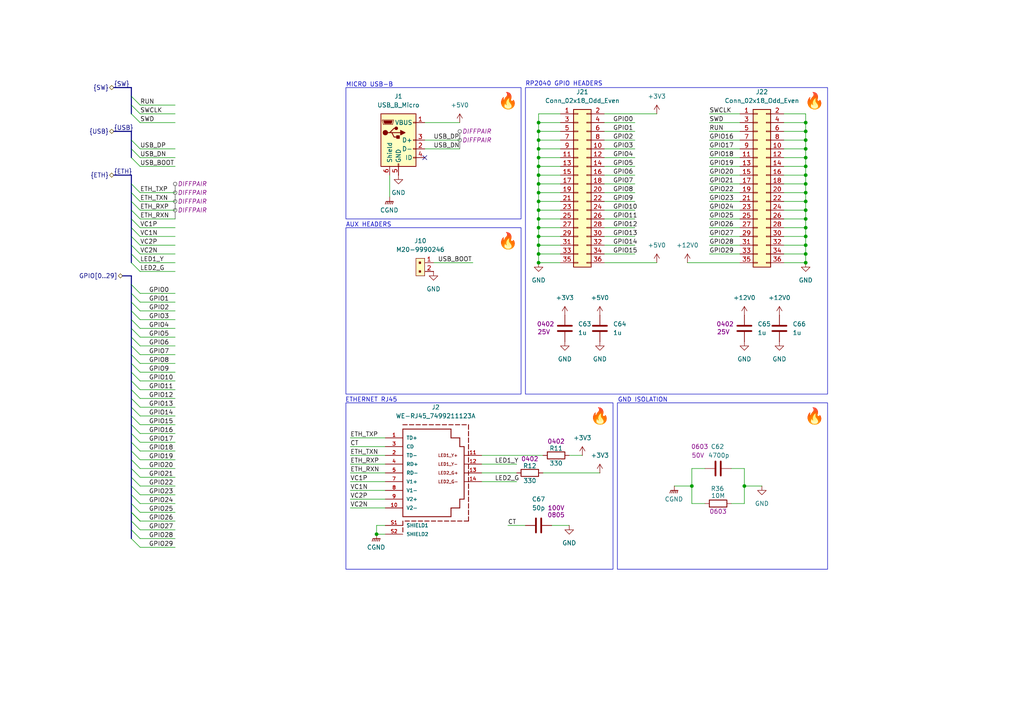
<source format=kicad_sch>
(kicad_sch (version 20231120) (generator "eeschema") (generator_version "8.0")
  (paper "A4")
  (lib_symbols
    (symbol "952-2262-nd:952-2262-ND" (pin_names (offset 1.016))
      (property "Reference" "U" (at -2.54 1.27 0))
      (property "Value" "952-2262-ND" (at 1.27 -3.81 0))
      (symbol "952-2262-ND_1_1"
        (rectangle (start -1.27 0) (end 3.81 -2.54) (fill (type background)))
        (rectangle (start -0.254 -1.143) (end 0.254 -1.651) (fill (type outline)))
        (rectangle (start 2.286 -1.143) (end 2.794 -1.651) (fill (type outline)))
        (pin passive line (at 0 2.54 270) (length 2.54) (name "~") (number "1"))
        (pin passive line (at 2.54 2.54 270) (length 2.54) (name "~") (number "2"))
      )
    )
    (symbol "Connector:USB_B_Micro" (pin_names (offset 1.016))
      (property "Reference" "J" (at -5.08 11.43 0))
      (property "Value" "USB_B_Micro" (at -5.08 8.89 0))
      (symbol "USB_B_Micro_0_1"
        (rectangle (start -5.08 -7.62) (end 5.08 7.62) (stroke (width 0.254)) (fill (type background)))
        (circle (center -3.81 2.159) (radius 0.635) (stroke (width 0.254)) (fill (type outline)))
        (circle (center -0.635 3.429) (radius 0.381) (stroke (width 0.254)) (fill (type outline)))
        (rectangle (start -0.127 -7.62) (end 0.127 -6.858))
        (polyline (pts (xy -1.905 2.159) (xy 0.635 2.159)) (stroke (width 0.254)))
        (polyline (pts (xy -3.175 2.159) (xy -2.54 2.159) (xy -1.27 3.429) (xy -0.635 3.429)) (stroke (width 0.254)))
        (polyline (pts (xy -2.54 2.159) (xy -1.905 2.159) (xy -1.27 0.889) (xy 0 0.889)) (stroke (width 0.254)))
        (polyline (pts (xy 0.635 2.794) (xy 0.635 1.524) (xy 1.905 2.159) (xy 0.635 2.794)) (stroke (width 0.254)) (fill (type outline)))
        (polyline (pts (xy -4.318 5.588) (xy -1.778 5.588) (xy -2.032 4.826) (xy -4.064 4.826) (xy -4.318 5.588)) (fill (type outline)))
        (polyline (pts (xy -4.699 5.842) (xy -4.699 5.588) (xy -4.445 4.826) (xy -4.445 4.572) (xy -1.651 4.572) (xy -1.651 4.826) (xy -1.397 5.588) (xy -1.397 5.842) (xy -4.699 5.842)))
        (rectangle (start 0.254 1.27) (end -0.508 0.508) (stroke (width 0.254)) (fill (type outline)))
        (rectangle (start 5.08 -5.207) (end 4.318 -4.953))
        (rectangle (start 5.08 -2.667) (end 4.318 -2.413))
        (rectangle (start 5.08 -0.127) (end 4.318 0.127))
        (rectangle (start 5.08 4.953) (end 4.318 5.207))
      )
      (symbol "USB_B_Micro_1_1"
        (pin power_out line (at 7.62 5.08 180) (length 2.54) (name "VBUS") (number "1"))
        (pin bidirectional line (at 7.62 -2.54 180) (length 2.54) (name "D-") (number "2"))
        (pin bidirectional line (at 7.62 0 180) (length 2.54) (name "D+") (number "3"))
        (pin passive line (at 7.62 -5.08 180) (length 2.54) (name "ID") (number "4"))
        (pin power_out line (at 0 -10.16 90) (length 2.54) (name "GND") (number "5"))
        (pin passive line (at -2.54 -10.16 90) (length 2.54) (name "Shield") (number "6"))
      )
    )
    (symbol "Connector_Generic:Conn_02x18_Odd_Even" (pin_names (offset 1.016) hide)
      (property "Reference" "J" (at 1.27 22.86 0))
      (property "Value" "Conn_02x18_Odd_Even" (at 1.27 -25.4 0))
      (symbol "Conn_02x18_Odd_Even_1_1"
        (rectangle (start -1.27 -22.733) (end 0 -22.987) (stroke (width 0.1524)))
        (rectangle (start -1.27 -20.193) (end 0 -20.447) (stroke (width 0.1524)))
        (rectangle (start -1.27 -17.653) (end 0 -17.907) (stroke (width 0.1524)))
        (rectangle (start -1.27 -15.113) (end 0 -15.367) (stroke (width 0.1524)))
        (rectangle (start -1.27 -12.573) (end 0 -12.827) (stroke (width 0.1524)))
        (rectangle (start -1.27 -10.033) (end 0 -10.287) (stroke (width 0.1524)))
        (rectangle (start -1.27 -7.493) (end 0 -7.747) (stroke (width 0.1524)))
        (rectangle (start -1.27 -4.953) (end 0 -5.207) (stroke (width 0.1524)))
        (rectangle (start -1.27 -2.413) (end 0 -2.667) (stroke (width 0.1524)))
        (rectangle (start -1.27 0.127) (end 0 -0.127) (stroke (width 0.1524)))
        (rectangle (start -1.27 2.667) (end 0 2.413) (stroke (width 0.1524)))
        (rectangle (start -1.27 5.207) (end 0 4.953) (stroke (width 0.1524)))
        (rectangle (start -1.27 7.747) (end 0 7.493) (stroke (width 0.1524)))
        (rectangle (start -1.27 10.287) (end 0 10.033) (stroke (width 0.1524)))
        (rectangle (start -1.27 12.827) (end 0 12.573) (stroke (width 0.1524)))
        (rectangle (start -1.27 15.367) (end 0 15.113) (stroke (width 0.1524)))
        (rectangle (start -1.27 17.907) (end 0 17.653) (stroke (width 0.1524)))
        (rectangle (start -1.27 20.447) (end 0 20.193) (stroke (width 0.1524)))
        (rectangle (start -1.27 21.59) (end 3.81 -24.13) (stroke (width 0.254)) (fill (type background)))
        (rectangle (start 3.81 -22.733) (end 2.54 -22.987) (stroke (width 0.1524)))
        (rectangle (start 3.81 -20.193) (end 2.54 -20.447) (stroke (width 0.1524)))
        (rectangle (start 3.81 -17.653) (end 2.54 -17.907) (stroke (width 0.1524)))
        (rectangle (start 3.81 -15.113) (end 2.54 -15.367) (stroke (width 0.1524)))
        (rectangle (start 3.81 -12.573) (end 2.54 -12.827) (stroke (width 0.1524)))
        (rectangle (start 3.81 -10.033) (end 2.54 -10.287) (stroke (width 0.1524)))
        (rectangle (start 3.81 -7.493) (end 2.54 -7.747) (stroke (width 0.1524)))
        (rectangle (start 3.81 -4.953) (end 2.54 -5.207) (stroke (width 0.1524)))
        (rectangle (start 3.81 -2.413) (end 2.54 -2.667) (stroke (width 0.1524)))
        (rectangle (start 3.81 0.127) (end 2.54 -0.127) (stroke (width 0.1524)))
        (rectangle (start 3.81 2.667) (end 2.54 2.413) (stroke (width 0.1524)))
        (rectangle (start 3.81 5.207) (end 2.54 4.953) (stroke (width 0.1524)))
        (rectangle (start 3.81 7.747) (end 2.54 7.493) (stroke (width 0.1524)))
        (rectangle (start 3.81 10.287) (end 2.54 10.033) (stroke (width 0.1524)))
        (rectangle (start 3.81 12.827) (end 2.54 12.573) (stroke (width 0.1524)))
        (rectangle (start 3.81 15.367) (end 2.54 15.113) (stroke (width 0.1524)))
        (rectangle (start 3.81 17.907) (end 2.54 17.653) (stroke (width 0.1524)))
        (rectangle (start 3.81 20.447) (end 2.54 20.193) (stroke (width 0.1524)))
        (pin passive line (at -5.08 20.32 0) (length 3.81) (name "Pin_1") (number "1"))
        (pin passive line (at 7.62 10.16 180) (length 3.81) (name "Pin_10") (number "10"))
        (pin passive line (at -5.08 7.62 0) (length 3.81) (name "Pin_11") (number "11"))
        (pin passive line (at 7.62 7.62 180) (length 3.81) (name "Pin_12") (number "12"))
        (pin passive line (at -5.08 5.08 0) (length 3.81) (name "Pin_13") (number "13"))
        (pin passive line (at 7.62 5.08 180) (length 3.81) (name "Pin_14") (number "14"))
        (pin passive line (at -5.08 2.54 0) (length 3.81) (name "Pin_15") (number "15"))
        (pin passive line (at 7.62 2.54 180) (length 3.81) (name "Pin_16") (number "16"))
        (pin passive line (at -5.08 0 0) (length 3.81) (name "Pin_17") (number "17"))
        (pin passive line (at 7.62 0 180) (length 3.81) (name "Pin_18") (number "18"))
        (pin passive line (at -5.08 -2.54 0) (length 3.81) (name "Pin_19") (number "19"))
        (pin passive line (at 7.62 20.32 180) (length 3.81) (name "Pin_2") (number "2"))
        (pin passive line (at 7.62 -2.54 180) (length 3.81) (name "Pin_20") (number "20"))
        (pin passive line (at -5.08 -5.08 0) (length 3.81) (name "Pin_21") (number "21"))
        (pin passive line (at 7.62 -5.08 180) (length 3.81) (name "Pin_22") (number "22"))
        (pin passive line (at -5.08 -7.62 0) (length 3.81) (name "Pin_23") (number "23"))
        (pin passive line (at 7.62 -7.62 180) (length 3.81) (name "Pin_24") (number "24"))
        (pin passive line (at -5.08 -10.16 0) (length 3.81) (name "Pin_25") (number "25"))
        (pin passive line (at 7.62 -10.16 180) (length 3.81) (name "Pin_26") (number "26"))
        (pin passive line (at -5.08 -12.7 0) (length 3.81) (name "Pin_27") (number "27"))
        (pin passive line (at 7.62 -12.7 180) (length 3.81) (name "Pin_28") (number "28"))
        (pin passive line (at -5.08 -15.24 0) (length 3.81) (name "Pin_29") (number "29"))
        (pin passive line (at -5.08 17.78 0) (length 3.81) (name "Pin_3") (number "3"))
        (pin passive line (at 7.62 -15.24 180) (length 3.81) (name "Pin_30") (number "30"))
        (pin passive line (at -5.08 -17.78 0) (length 3.81) (name "Pin_31") (number "31"))
        (pin passive line (at 7.62 -17.78 180) (length 3.81) (name "Pin_32") (number "32"))
        (pin passive line (at -5.08 -20.32 0) (length 3.81) (name "Pin_33") (number "33"))
        (pin passive line (at 7.62 -20.32 180) (length 3.81) (name "Pin_34") (number "34"))
        (pin passive line (at -5.08 -22.86 0) (length 3.81) (name "Pin_35") (number "35"))
        (pin passive line (at 7.62 -22.86 180) (length 3.81) (name "Pin_36") (number "36"))
        (pin passive line (at 7.62 17.78 180) (length 3.81) (name "Pin_4") (number "4"))
        (pin passive line (at -5.08 15.24 0) (length 3.81) (name "Pin_5") (number "5"))
        (pin passive line (at 7.62 15.24 180) (length 3.81) (name "Pin_6") (number "6"))
        (pin passive line (at -5.08 12.7 0) (length 3.81) (name "Pin_7") (number "7"))
        (pin passive line (at 7.62 12.7 180) (length 3.81) (name "Pin_8") (number "8"))
        (pin passive line (at -5.08 10.16 0) (length 3.81) (name "Pin_9") (number "9"))
      )
    )
    (symbol "Device:C" (pin_numbers hide) (pin_names (offset 0.254))
      (property "Reference" "C" (at 0.635 2.54 0))
      (property "Value" "C" (at 0.635 -2.54 0))
      (symbol "C_0_1"
        (polyline (pts (xy -2.032 -0.762) (xy 2.032 -0.762)) (stroke (width 0.508)))
        (polyline (pts (xy -2.032 0.762) (xy 2.032 0.762)) (stroke (width 0.508)))
      )
      (symbol "C_1_1"
        (pin passive line (at 0 3.81 270) (length 2.794) (name "~") (number "1"))
        (pin passive line (at 0 -3.81 90) (length 2.794) (name "~") (number "2"))
      )
    )
    (symbol "Device:R" (pin_numbers hide) (pin_names (offset 0))
      (property "Reference" "R" (at 2.032 0 90))
      (property "Value" "R" (at 0 0 90))
      (symbol "R_0_1"
        (rectangle (start -1.016 -2.54) (end 1.016 2.54) (stroke (width 0.254)))
      )
      (symbol "R_1_1"
        (pin passive line (at 0 3.81 270) (length 1.27) (name "~") (number "1"))
        (pin passive line (at 0 -3.81 90) (length 1.27) (name "~") (number "2"))
      )
    )
    (symbol "WE-RJ45_7499211123A:WE-RJ45_7499211123A" (pin_names (offset 1.016))
      (property "Reference" "T" (at 0 15.24 0))
      (symbol "WE-RJ45_7499211123A_0_0"
        (polyline (pts (xy -7.62 -17.78) (xy -7.62 -17.78)) (stroke (width 0.254)))
        (polyline (pts (xy -7.62 -15.875) (xy -7.62 -17.145)) (stroke (width 0.254)))
        (polyline (pts (xy -7.62 -13.97) (xy -7.62 -15.24)) (stroke (width 0.254)))
        (polyline (pts (xy -7.62 -13.97) (xy -7.62 -13.97)) (stroke (width 0.254)))
        (polyline (pts (xy -7.62 -12.7) (xy -7.62 12.7)) (stroke (width 0.254)))
        (polyline (pts (xy -7.62 12.7) (xy 6.35 12.7)) (stroke (width 0.254)))
        (polyline (pts (xy -7.62 13.97) (xy -6.35 13.97)) (stroke (width 0.254)))
        (polyline (pts (xy -5.715 -13.97) (xy -6.985 -13.97)) (stroke (width 0.254)))
        (polyline (pts (xy -5.715 13.97) (xy -4.445 13.97)) (stroke (width 0.254)))
        (polyline (pts (xy -3.81 -13.97) (xy -5.08 -13.97)) (stroke (width 0.254)))
        (polyline (pts (xy -3.81 13.97) (xy -2.54 13.97)) (stroke (width 0.254)))
        (polyline (pts (xy -1.905 -13.97) (xy -3.175 -13.97)) (stroke (width 0.254)))
        (polyline (pts (xy -1.905 13.97) (xy -0.635 13.97)) (stroke (width 0.254)))
        (polyline (pts (xy 0 -13.97) (xy -1.27 -13.97)) (stroke (width 0.254)))
        (polyline (pts (xy 0 13.97) (xy 1.27 13.97)) (stroke (width 0.254)))
        (polyline (pts (xy 1.905 -13.97) (xy 0.635 -13.97)) (stroke (width 0.254)))
        (polyline (pts (xy 1.905 13.97) (xy 3.175 13.97)) (stroke (width 0.254)))
        (polyline (pts (xy 3.81 -13.97) (xy 2.54 -13.97)) (stroke (width 0.254)))
        (polyline (pts (xy 3.81 13.97) (xy 5.08 13.97)) (stroke (width 0.254)))
        (polyline (pts (xy 5.715 -13.97) (xy 4.445 -13.97)) (stroke (width 0.254)))
        (polyline (pts (xy 5.715 13.97) (xy 6.985 13.97)) (stroke (width 0.254)))
        (polyline (pts (xy 6.35 -12.7) (xy -7.62 -12.7)) (stroke (width 0.254)))
        (polyline (pts (xy 6.35 -12.7) (xy 6.35 -10.16)) (stroke (width 0.254)))
        (polyline (pts (xy 6.35 -10.16) (xy 8.89 -10.16)) (stroke (width 0.254)))
        (polyline (pts (xy 6.35 10.16) (xy 8.89 10.16)) (stroke (width 0.254)))
        (polyline (pts (xy 6.35 12.7) (xy 6.35 10.16)) (stroke (width 0.254)))
        (polyline (pts (xy 7.62 -13.97) (xy 6.35 -13.97)) (stroke (width 0.254)))
        (polyline (pts (xy 7.62 13.97) (xy 8.89 13.97)) (stroke (width 0.254)))
        (polyline (pts (xy 8.89 -10.16) (xy 8.89 -7.62)) (stroke (width 0.254)))
        (polyline (pts (xy 8.89 -7.62) (xy 10.16 -7.62)) (stroke (width 0.254)))
        (polyline (pts (xy 8.89 7.62) (xy 10.16 7.62)) (stroke (width 0.254)))
        (polyline (pts (xy 8.89 10.16) (xy 8.89 7.62)) (stroke (width 0.254)))
        (polyline (pts (xy 9.525 -13.97) (xy 8.255 -13.97)) (stroke (width 0.254)))
        (polyline (pts (xy 9.525 13.97) (xy 10.795 13.97)) (stroke (width 0.254)))
        (polyline (pts (xy 10.16 7.62) (xy 10.16 -7.62)) (stroke (width 0.254)))
        (polyline (pts (xy 11.43 -13.97) (xy 10.16 -13.97)) (stroke (width 0.254)))
        (polyline (pts (xy 11.43 -12.7) (xy 11.43 -13.97)) (stroke (width 0.254)))
        (polyline (pts (xy 11.43 -10.795) (xy 11.43 -12.1557)) (stroke (width 0.254)))
        (polyline (pts (xy 11.43 -8.89) (xy 11.43 -10.2507)) (stroke (width 0.254)))
        (polyline (pts (xy 11.43 -6.985) (xy 11.43 -8.3457)) (stroke (width 0.254)))
        (polyline (pts (xy 11.43 -5.08) (xy 11.43 -6.4407)) (stroke (width 0.254)))
        (polyline (pts (xy 11.43 -3.175) (xy 11.43 -4.5357)) (stroke (width 0.254)))
        (polyline (pts (xy 11.43 -1.27) (xy 11.43 -2.6307)) (stroke (width 0.254)))
        (polyline (pts (xy 11.43 0.635) (xy 11.43 -0.7257)) (stroke (width 0.254)))
        (polyline (pts (xy 11.43 2.54) (xy 11.43 1.1793)) (stroke (width 0.254)))
        (polyline (pts (xy 11.43 4.445) (xy 11.43 3.0843)) (stroke (width 0.254)))
        (polyline (pts (xy 11.43 6.35) (xy 11.43 4.9893)) (stroke (width 0.254)))
        (polyline (pts (xy 11.43 8.255) (xy 11.43 6.8943)) (stroke (width 0.254)))
        (polyline (pts (xy 11.43 10.16) (xy 11.43 8.7993)) (stroke (width 0.254)))
        (polyline (pts (xy 11.43 12.065) (xy 11.43 10.7043)) (stroke (width 0.254)))
        (polyline (pts (xy 11.43 13.97) (xy 11.43 12.6093)) (stroke (width 0.254)))
        (polyline (pts (xy 11.43 13.97) (xy 11.43 13.97)) (stroke (width 0.254)))
        (text "LED1_Y+" (at 2.54 5.08 0) (effects (font (size 0.8636 0.8636)) (justify left)))
        (text "LED1_Y-" (at 2.54 2.54 0) (effects (font (size 0.8636 0.8636)) (justify left)))
        (text "LED2_G+" (at 2.54 0 0) (effects (font (size 0.8636 0.8636)) (justify left)))
        (text "LED2_G-" (at 2.54 -2.54 0) (effects (font (size 0.8636 0.8636)) (justify left)))
        (pin passive line (at -12.7 10.16 0) (length 5.08) (name "TD+") (number "1"))
        (pin passive line (at -12.7 -10.16 0) (length 5.08) (name "V2-") (number "10"))
        (pin passive line (at 15.24 5.08 180) (length 5.08) (name "~") (number "11"))
        (pin passive line (at 15.24 2.54 180) (length 5.08) (name "~") (number "12"))
        (pin passive line (at 15.24 0 180) (length 5.08) (name "~") (number "13"))
        (pin passive line (at 15.24 -2.54 180) (length 5.08) (name "~") (number "14"))
        (pin passive line (at -12.7 5.08 0) (length 5.08) (name "TD-") (number "2"))
        (pin passive line (at -12.7 7.62 0) (length 5.08) (name "CD") (number "3"))
        (pin passive line (at -12.7 2.54 0) (length 5.08) (name "RD+") (number "4"))
        (pin passive line (at -12.7 0 0) (length 5.08) (name "RD-") (number "5"))
        (pin passive line (at -12.7 -2.54 0) (length 5.08) (name "V1+") (number "7"))
        (pin passive line (at -12.7 -5.08 0) (length 5.08) (name "V1-") (number "8"))
        (pin passive line (at -12.7 -7.62 0) (length 5.08) (name "V2+") (number "9"))
        (pin passive line (at -12.7 -15.24 0) (length 5.08) (name "SHIELD1") (number "S1"))
        (pin passive line (at -12.7 -17.78 0) (length 5.08) (name "SHIELD2") (number "S2"))
      )
    )
    (symbol "power:+12V" (power) (pin_numbers hide) (pin_names (offset 0) hide)
      (property "Value" "+12V" (at 0 3.556 0))
      (symbol "+12V_0_1"
        (polyline (pts (xy -0.762 1.27) (xy 0 2.54)))
        (polyline (pts (xy 0 0) (xy 0 2.54)))
        (polyline (pts (xy 0 2.54) (xy 0.762 1.27)))
      )
      (symbol "+12V_1_1"
        (pin power_in line (at 0 0 90) (length 0) (name "~") (number "1"))
      )
    )
    (symbol "power:+3.3V" (power) (pin_numbers hide) (pin_names (offset 0) hide)
      (property "Value" "+3.3V" (at 0 3.556 0))
      (symbol "+3.3V_0_1"
        (polyline (pts (xy -0.762 1.27) (xy 0 2.54)))
        (polyline (pts (xy 0 0) (xy 0 2.54)))
        (polyline (pts (xy 0 2.54) (xy 0.762 1.27)))
      )
      (symbol "+3.3V_1_1"
        (pin power_in line (at 0 0 90) (length 0) (name "~") (number "1"))
      )
    )
    (symbol "power:+5V" (power) (pin_numbers hide) (pin_names (offset 0) hide)
      (property "Value" "+5V" (at 0 3.556 0))
      (symbol "+5V_0_1"
        (polyline (pts (xy -0.762 1.27) (xy 0 2.54)))
        (polyline (pts (xy 0 0) (xy 0 2.54)))
        (polyline (pts (xy 0 2.54) (xy 0.762 1.27)))
      )
      (symbol "+5V_1_1"
        (pin power_in line (at 0 0 90) (length 0) (name "~") (number "1"))
      )
    )
    (symbol "power:GND" (power) (pin_numbers hide) (pin_names (offset 0) hide)
      (property "Value" "GND" (at 0 -3.81 0))
      (symbol "GND_0_1"
        (polyline (pts (xy 0 0) (xy 0 -1.27) (xy 1.27 -1.27) (xy 0 -2.54) (xy -1.27 -1.27) (xy 0 -1.27)))
      )
      (symbol "GND_1_1"
        (pin power_in line (at 0 0 270) (length 0) (name "~") (number "1"))
      )
    )
    (symbol "power:GNDPWR" (power) (pin_numbers hide) (pin_names (offset 0) hide)
      (property "Value" "GNDPWR" (at 0 -3.302 0))
      (symbol "GNDPWR_0_1"
        (polyline (pts (xy 0 -1.27) (xy 0 0)))
        (polyline (pts (xy -1.016 -1.27) (xy -1.27 -2.032) (xy -1.27 -2.032)) (stroke (width 0.2032)))
        (polyline (pts (xy -0.508 -1.27) (xy -0.762 -2.032) (xy -0.762 -2.032)) (stroke (width 0.2032)))
        (polyline (pts (xy 0 -1.27) (xy -0.254 -2.032) (xy -0.254 -2.032)) (stroke (width 0.2032)))
        (polyline (pts (xy 0.508 -1.27) (xy 0.254 -2.032) (xy 0.254 -2.032)) (stroke (width 0.2032)))
        (polyline (pts (xy 1.016 -1.27) (xy -1.016 -1.27) (xy -1.016 -1.27)) (stroke (width 0.2032)))
        (polyline (pts (xy 1.016 -1.27) (xy 0.762 -2.032) (xy 0.762 -2.032) (xy 0.762 -2.032)) (stroke (width 0.2032)))
      )
      (symbol "GNDPWR_1_1"
        (pin power_in line (at 0 0 270) (length 0) (name "~") (number "1"))
      )
    )
  )
  (junction (at 215.9 140.97))
  (junction (at 233.68 58.42))
  (junction (at 156.21 48.26))
  (junction (at 200.66 140.97))
  (junction (at 109.22 154.94))
  (junction (at 233.68 38.1))
  (junction (at 233.68 53.34))
  (junction (at 233.68 73.66))
  (junction (at 156.21 68.58))
  (junction (at 156.21 58.42))
  (junction (at 233.68 60.96))
  (junction (at 156.21 35.56))
  (junction (at 156.21 40.64))
  (junction (at 233.68 43.18))
  (junction (at 156.21 73.66))
  (junction (at 233.68 76.2))
  (junction (at 156.21 45.72))
  (junction (at 233.68 66.04))
  (junction (at 233.68 63.5))
  (junction (at 156.21 63.5))
  (junction (at 233.68 45.72))
  (junction (at 156.21 71.12))
  (junction (at 156.21 43.18))
  (junction (at 233.68 68.58))
  (junction (at 156.21 50.8))
  (junction (at 233.68 55.88))
  (junction (at 233.68 35.56))
  (junction (at 156.21 55.88))
  (junction (at 233.68 40.64))
  (junction (at 156.21 60.96))
  (junction (at 233.68 50.8))
  (junction (at 156.21 38.1))
  (junction (at 233.68 48.26))
  (junction (at 156.21 76.2))
  (junction (at 156.21 53.34))
  (junction (at 156.21 66.04))
  (junction (at 233.68 71.12))
  (no_connect (at 123.19 45.72))
  (bus_entry (at 38.1 113.03) (size 2.54 2.54))
  (bus_entry (at 38.1 110.49) (size 2.54 2.54))
  (bus_entry (at 38.1 100.33) (size 2.54 2.54))
  (bus_entry (at 38.1 73.66) (size 2.54 2.54))
  (bus_entry (at 38.1 90.17) (size 2.54 2.54))
  (bus_entry (at 38.1 148.59) (size 2.54 2.54))
  (bus_entry (at 38.1 76.2) (size 2.54 2.54))
  (bus_entry (at 38.1 151.13) (size 2.54 2.54))
  (bus_entry (at 38.1 146.05) (size 2.54 2.54))
  (bus_entry (at 38.1 148.59) (size 2.54 2.54))
  (bus_entry (at 38.1 107.95) (size 2.54 2.54))
  (bus_entry (at 38.1 92.71) (size 2.54 2.54))
  (bus_entry (at 38.1 27.94) (size 2.54 2.54))
  (bus_entry (at 38.1 58.42) (size 2.54 2.54))
  (bus_entry (at 38.1 115.57) (size 2.54 2.54))
  (bus_entry (at 38.1 97.79) (size 2.54 2.54))
  (bus_entry (at 38.1 68.58) (size 2.54 2.54))
  (bus_entry (at 38.1 53.34) (size 2.54 2.54))
  (bus_entry (at 38.1 40.64) (size 2.54 2.54))
  (bus_entry (at 38.1 130.81) (size 2.54 2.54))
  (bus_entry (at 38.1 102.87) (size 2.54 2.54))
  (bus_entry (at 38.1 71.12) (size 2.54 2.54))
  (bus_entry (at 38.1 55.88) (size 2.54 2.54))
  (bus_entry (at 38.1 123.19) (size 2.54 2.54))
  (bus_entry (at 38.1 128.27) (size 2.54 2.54))
  (bus_entry (at 38.1 120.65) (size 2.54 2.54))
  (bus_entry (at 38.1 138.43) (size 2.54 2.54))
  (bus_entry (at 38.1 133.35) (size 2.54 2.54))
  (bus_entry (at 38.1 95.25) (size 2.54 2.54))
  (bus_entry (at 38.1 45.72) (size 2.54 2.54))
  (bus_entry (at 38.1 60.96) (size 2.54 2.54))
  (bus_entry (at 38.1 66.04) (size 2.54 2.54))
  (bus_entry (at 38.1 140.97) (size 2.54 2.54))
  (bus_entry (at 38.1 118.11) (size 2.54 2.54))
  (bus_entry (at 38.1 33.02) (size 2.54 2.54))
  (bus_entry (at 38.1 125.73) (size 2.54 2.54))
  (bus_entry (at 38.1 30.48) (size 2.54 2.54))
  (bus_entry (at 38.1 156.21) (size 2.54 2.54))
  (bus_entry (at 38.1 87.63) (size 2.54 2.54))
  (bus_entry (at 38.1 143.51) (size 2.54 2.54))
  (bus_entry (at 38.1 63.5) (size 2.54 2.54))
  (bus_entry (at 38.1 135.89) (size 2.54 2.54))
  (bus_entry (at 38.1 153.67) (size 2.54 2.54))
  (bus_entry (at 38.1 43.18) (size 2.54 2.54))
  (bus_entry (at 38.1 85.09) (size 2.54 2.54))
  (bus_entry (at 38.1 82.55) (size 2.54 2.54))
  (bus_entry (at 38.1 105.41) (size 2.54 2.54))
  (wire (pts (xy 101.6 137.16) (xy 111.76 137.16)))
  (wire (pts (xy 101.6 132.08) (xy 111.76 132.08)))
  (wire (pts (xy 233.68 58.42) (xy 233.68 55.88)))
  (wire (pts (xy 40.64 95.25) (xy 50.8 95.25)))
  (bus (pts (xy 38.1 146.05) (xy 38.1 148.59)))
  (wire (pts (xy 40.64 100.33) (xy 50.8 100.33)))
  (wire (pts (xy 123.19 43.18) (xy 133.35 43.18)))
  (wire (pts (xy 162.56 43.18) (xy 156.21 43.18)))
  (wire (pts (xy 175.26 55.88) (xy 184.15 55.88)))
  (wire (pts (xy 156.21 33.02) (xy 162.56 33.02)))
  (wire (pts (xy 200.66 135.89) (xy 200.66 140.97)))
  (wire (pts (xy 233.68 71.12) (xy 233.68 68.58)))
  (wire (pts (xy 40.64 135.89) (xy 50.8 135.89)))
  (wire (pts (xy 214.63 45.72) (xy 205.74 45.72)))
  (wire (pts (xy 40.64 73.66) (xy 50.8 73.66)))
  (wire (pts (xy 200.66 140.97) (xy 200.66 146.05)))
  (wire (pts (xy 175.26 50.8) (xy 184.15 50.8)))
  (wire (pts (xy 162.56 76.2) (xy 156.21 76.2)))
  (bus (pts (xy 38.1 95.25) (xy 38.1 97.79)))
  (bus (pts (xy 38.1 130.81) (xy 38.1 133.35)))
  (wire (pts (xy 175.26 38.1) (xy 184.15 38.1)))
  (wire (pts (xy 233.68 43.18) (xy 233.68 40.64)))
  (wire (pts (xy 204.47 135.89) (xy 200.66 135.89)))
  (wire (pts (xy 139.7 134.62) (xy 149.86 134.62)))
  (wire (pts (xy 40.64 140.97) (xy 50.8 140.97)))
  (wire (pts (xy 156.21 45.72) (xy 156.21 43.18)))
  (bus (pts (xy 38.1 92.71) (xy 38.1 95.25)))
  (wire (pts (xy 40.64 35.56) (xy 50.8 35.56)))
  (bus (pts (xy 38.1 110.49) (xy 38.1 113.03)))
  (wire (pts (xy 111.76 152.4) (xy 109.22 152.4)))
  (wire (pts (xy 233.68 73.66) (xy 233.68 71.12)))
  (wire (pts (xy 40.64 58.42) (xy 50.8 58.42)))
  (wire (pts (xy 215.9 135.89) (xy 212.09 135.89)))
  (bus (pts (xy 38.1 66.04) (xy 38.1 68.58)))
  (bus (pts (xy 38.1 148.59) (xy 38.1 151.13)))
  (wire (pts (xy 233.68 48.26) (xy 227.33 48.26)))
  (wire (pts (xy 233.68 55.88) (xy 233.68 53.34)))
  (wire (pts (xy 205.74 73.66) (xy 214.63 73.66)))
  (wire (pts (xy 214.63 48.26) (xy 205.74 48.26)))
  (wire (pts (xy 152.4 152.4) (xy 147.32 152.4)))
  (wire (pts (xy 162.56 73.66) (xy 156.21 73.66)))
  (wire (pts (xy 40.64 45.72) (xy 50.8 45.72)))
  (wire (pts (xy 40.64 76.2) (xy 50.8 76.2)))
  (wire (pts (xy 214.63 66.04) (xy 205.74 66.04)))
  (bus (pts (xy 38.1 153.67) (xy 38.1 156.21)))
  (wire (pts (xy 227.33 58.42) (xy 233.68 58.42)))
  (bus (pts (xy 38.1 25.4) (xy 38.1 27.94)))
  (wire (pts (xy 227.33 73.66) (xy 233.68 73.66)))
  (wire (pts (xy 214.63 63.5) (xy 205.74 63.5)))
  (wire (pts (xy 109.22 154.94) (xy 111.76 154.94)))
  (wire (pts (xy 214.63 40.64) (xy 205.74 40.64)))
  (bus (pts (xy 38.1 105.41) (xy 38.1 107.95)))
  (wire (pts (xy 40.64 55.88) (xy 50.8 55.88)))
  (bus (pts (xy 38.1 151.13) (xy 38.1 153.67)))
  (wire (pts (xy 227.33 43.18) (xy 233.68 43.18)))
  (wire (pts (xy 40.64 158.75) (xy 50.8 158.75)))
  (bus (pts (xy 38.1 128.27) (xy 38.1 130.81)))
  (wire (pts (xy 156.21 48.26) (xy 156.21 45.72)))
  (wire (pts (xy 101.6 129.54) (xy 111.76 129.54)))
  (wire (pts (xy 156.21 58.42) (xy 156.21 55.88)))
  (wire (pts (xy 156.21 63.5) (xy 156.21 60.96)))
  (wire (pts (xy 40.64 97.79) (xy 50.8 97.79)))
  (wire (pts (xy 233.68 35.56) (xy 233.68 33.02)))
  (wire (pts (xy 101.6 139.7) (xy 111.76 139.7)))
  (bus (pts (xy 33.02 50.8) (xy 38.1 50.8)))
  (wire (pts (xy 40.64 87.63) (xy 50.8 87.63)))
  (wire (pts (xy 233.68 40.64) (xy 233.68 38.1)))
  (wire (pts (xy 156.21 48.26) (xy 162.56 48.26)))
  (wire (pts (xy 40.64 125.73) (xy 50.8 125.73)))
  (wire (pts (xy 40.64 148.59) (xy 50.8 148.59)))
  (wire (pts (xy 40.64 105.41) (xy 50.8 105.41)))
  (bus (pts (xy 38.1 73.66) (xy 38.1 76.2)))
  (wire (pts (xy 139.7 132.08) (xy 157.48 132.08)))
  (bus (pts (xy 38.1 87.63) (xy 38.1 90.17)))
  (wire (pts (xy 40.64 85.09) (xy 50.8 85.09)))
  (wire (pts (xy 162.56 71.12) (xy 156.21 71.12)))
  (bus (pts (xy 38.1 82.55) (xy 38.1 85.09)))
  (bus (pts (xy 33.02 25.4) (xy 38.1 25.4)))
  (wire (pts (xy 233.68 38.1) (xy 233.68 35.56)))
  (wire (pts (xy 175.26 60.96) (xy 184.15 60.96)))
  (wire (pts (xy 160.02 152.4) (xy 165.1 152.4)))
  (wire (pts (xy 40.64 123.19) (xy 50.8 123.19)))
  (wire (pts (xy 162.56 58.42) (xy 156.21 58.42)))
  (bus (pts (xy 38.1 113.03) (xy 38.1 115.57)))
  (wire (pts (xy 40.64 151.13) (xy 50.8 151.13)))
  (bus (pts (xy 38.1 115.57) (xy 38.1 118.11)))
  (wire (pts (xy 227.33 40.64) (xy 233.68 40.64)))
  (bus (pts (xy 38.1 43.18) (xy 38.1 45.72)))
  (wire (pts (xy 214.63 60.96) (xy 205.74 60.96)))
  (wire (pts (xy 227.33 45.72) (xy 233.68 45.72)))
  (wire (pts (xy 162.56 40.64) (xy 156.21 40.64)))
  (wire (pts (xy 40.64 33.02) (xy 50.8 33.02)))
  (wire (pts (xy 156.21 60.96) (xy 156.21 58.42)))
  (wire (pts (xy 233.68 48.26) (xy 233.68 45.72)))
  (wire (pts (xy 233.68 33.02) (xy 227.33 33.02)))
  (wire (pts (xy 175.26 73.66) (xy 184.15 73.66)))
  (wire (pts (xy 40.64 118.11) (xy 50.8 118.11)))
  (wire (pts (xy 227.33 35.56) (xy 233.68 35.56)))
  (wire (pts (xy 214.63 33.02) (xy 205.74 33.02)))
  (wire (pts (xy 40.64 78.74) (xy 50.8 78.74)))
  (bus (pts (xy 38.1 143.51) (xy 38.1 146.05)))
  (wire (pts (xy 40.64 143.51) (xy 50.8 143.51)))
  (wire (pts (xy 199.39 76.2) (xy 214.63 76.2)))
  (wire (pts (xy 214.63 53.34) (xy 205.74 53.34)))
  (wire (pts (xy 156.21 63.5) (xy 162.56 63.5)))
  (wire (pts (xy 40.64 43.18) (xy 50.8 43.18)))
  (wire (pts (xy 214.63 38.1) (xy 205.74 38.1)))
  (wire (pts (xy 156.21 43.18) (xy 156.21 40.64)))
  (bus (pts (xy 38.1 27.94) (xy 38.1 30.48)))
  (wire (pts (xy 162.56 55.88) (xy 156.21 55.88)))
  (wire (pts (xy 109.22 152.4) (xy 109.22 154.94)))
  (bus (pts (xy 38.1 58.42) (xy 38.1 60.96)))
  (wire (pts (xy 175.26 58.42) (xy 184.15 58.42)))
  (wire (pts (xy 139.7 139.7) (xy 149.86 139.7)))
  (wire (pts (xy 101.6 127) (xy 111.76 127)))
  (wire (pts (xy 156.21 76.2) (xy 156.21 73.66)))
  (wire (pts (xy 212.09 146.05) (xy 215.9 146.05)))
  (wire (pts (xy 175.26 48.26) (xy 184.15 48.26)))
  (wire (pts (xy 214.63 58.42) (xy 205.74 58.42)))
  (bus (pts (xy 38.1 68.58) (xy 38.1 71.12)))
  (wire (pts (xy 101.6 134.62) (xy 111.76 134.62)))
  (wire (pts (xy 175.26 43.18) (xy 184.15 43.18)))
  (wire (pts (xy 175.26 35.56) (xy 184.15 35.56)))
  (wire (pts (xy 214.63 35.56) (xy 205.74 35.56)))
  (wire (pts (xy 205.74 68.58) (xy 214.63 68.58)))
  (wire (pts (xy 233.68 76.2) (xy 233.68 73.66)))
  (wire (pts (xy 156.21 40.64) (xy 156.21 38.1)))
  (wire (pts (xy 175.26 45.72) (xy 184.15 45.72)))
  (wire (pts (xy 233.68 45.72) (xy 233.68 43.18)))
  (wire (pts (xy 101.6 144.78) (xy 111.76 144.78)))
  (wire (pts (xy 214.63 43.18) (xy 205.74 43.18)))
  (wire (pts (xy 40.64 92.71) (xy 50.8 92.71)))
  (bus (pts (xy 38.1 53.34) (xy 38.1 55.88)))
  (wire (pts (xy 214.63 55.88) (xy 205.74 55.88)))
  (wire (pts (xy 156.21 73.66) (xy 156.21 71.12)))
  (wire (pts (xy 175.26 76.2) (xy 190.5 76.2)))
  (bus (pts (xy 38.1 120.65) (xy 38.1 123.19)))
  (wire (pts (xy 227.33 53.34) (xy 233.68 53.34)))
  (bus (pts (xy 38.1 71.12) (xy 38.1 73.66)))
  (wire (pts (xy 40.64 130.81) (xy 50.8 130.81)))
  (wire (pts (xy 40.64 30.48) (xy 50.8 30.48)))
  (wire (pts (xy 40.64 128.27) (xy 50.8 128.27)))
  (bus (pts (xy 38.1 118.11) (xy 38.1 120.65)))
  (wire (pts (xy 156.21 68.58) (xy 156.21 66.04)))
  (wire (pts (xy 157.48 137.16) (xy 173.99 137.16)))
  (bus (pts (xy 38.1 63.5) (xy 38.1 66.04)))
  (wire (pts (xy 215.9 146.05) (xy 215.9 140.97)))
  (wire (pts (xy 101.6 142.24) (xy 111.76 142.24)))
  (wire (pts (xy 101.6 147.32) (xy 111.76 147.32)))
  (wire (pts (xy 123.19 40.64) (xy 133.35 40.64)))
  (wire (pts (xy 162.56 38.1) (xy 156.21 38.1)))
  (wire (pts (xy 233.68 50.8) (xy 233.68 48.26)))
  (wire (pts (xy 227.33 71.12) (xy 233.68 71.12)))
  (wire (pts (xy 123.19 35.56) (xy 133.35 35.56)))
  (wire (pts (xy 40.64 63.5) (xy 50.8 63.5)))
  (wire (pts (xy 40.64 110.49) (xy 50.8 110.49)))
  (wire (pts (xy 165.1 132.08) (xy 168.91 132.08)))
  (wire (pts (xy 40.64 120.65) (xy 50.8 120.65)))
  (bus (pts (xy 38.1 140.97) (xy 38.1 143.51)))
  (wire (pts (xy 214.63 50.8) (xy 205.74 50.8)))
  (wire (pts (xy 175.26 71.12) (xy 184.15 71.12)))
  (wire (pts (xy 162.56 53.34) (xy 156.21 53.34)))
  (wire (pts (xy 227.33 55.88) (xy 233.68 55.88)))
  (wire (pts (xy 113.03 50.8) (xy 113.03 57.15)))
  (bus (pts (xy 38.1 38.1) (xy 38.1 40.64)))
  (wire (pts (xy 40.64 60.96) (xy 50.8 60.96)))
  (wire (pts (xy 156.21 53.34) (xy 156.21 50.8)))
  (wire (pts (xy 175.26 33.02) (xy 190.5 33.02)))
  (wire (pts (xy 162.56 66.04) (xy 156.21 66.04)))
  (bus (pts (xy 38.1 125.73) (xy 38.1 128.27)))
  (wire (pts (xy 40.64 153.67) (xy 50.8 153.67)))
  (wire (pts (xy 233.68 63.5) (xy 227.33 63.5)))
  (wire (pts (xy 162.56 35.56) (xy 156.21 35.56)))
  (wire (pts (xy 40.64 107.95) (xy 50.8 107.95)))
  (wire (pts (xy 233.68 53.34) (xy 233.68 50.8)))
  (bus (pts (xy 38.1 107.95) (xy 38.1 110.49)))
  (bus (pts (xy 38.1 123.19) (xy 38.1 125.73)))
  (wire (pts (xy 156.21 66.04) (xy 156.21 63.5)))
  (wire (pts (xy 162.56 68.58) (xy 156.21 68.58)))
  (wire (pts (xy 40.64 113.03) (xy 50.8 113.03)))
  (wire (pts (xy 175.26 66.04) (xy 184.15 66.04)))
  (bus (pts (xy 38.1 138.43) (xy 38.1 140.97)))
  (bus (pts (xy 38.1 50.8) (xy 38.1 53.34)))
  (bus (pts (xy 38.1 40.64) (xy 38.1 43.18)))
  (wire (pts (xy 233.68 68.58) (xy 233.68 66.04)))
  (bus (pts (xy 38.1 85.09) (xy 38.1 87.63)))
  (wire (pts (xy 200.66 146.05) (xy 204.47 146.05)))
  (wire (pts (xy 195.58 140.97) (xy 200.66 140.97)))
  (wire (pts (xy 40.64 138.43) (xy 50.8 138.43)))
  (wire (pts (xy 156.21 35.56) (xy 156.21 33.02)))
  (wire (pts (xy 162.56 45.72) (xy 156.21 45.72)))
  (bus (pts (xy 38.1 60.96) (xy 38.1 63.5)))
  (wire (pts (xy 40.64 90.17) (xy 50.8 90.17)))
  (wire (pts (xy 156.21 71.12) (xy 156.21 68.58)))
  (wire (pts (xy 227.33 38.1) (xy 233.68 38.1)))
  (bus (pts (xy 33.02 38.1) (xy 38.1 38.1)))
  (wire (pts (xy 175.26 40.64) (xy 184.15 40.64)))
  (bus (pts (xy 38.1 55.88) (xy 38.1 58.42)))
  (bus (pts (xy 38.1 133.35) (xy 38.1 135.89)))
  (wire (pts (xy 156.21 55.88) (xy 156.21 53.34)))
  (wire (pts (xy 40.64 133.35) (xy 50.8 133.35)))
  (wire (pts (xy 227.33 66.04) (xy 233.68 66.04)))
  (wire (pts (xy 227.33 50.8) (xy 233.68 50.8)))
  (wire (pts (xy 40.64 48.26) (xy 50.8 48.26)))
  (bus (pts (xy 38.1 30.48) (xy 38.1 33.02)))
  (bus (pts (xy 38.1 135.89) (xy 38.1 138.43)))
  (wire (pts (xy 205.74 71.12) (xy 214.63 71.12)))
  (wire (pts (xy 162.56 50.8) (xy 156.21 50.8)))
  (wire (pts (xy 125.73 76.2) (xy 137.16 76.2)))
  (wire (pts (xy 227.33 60.96) (xy 233.68 60.96)))
  (wire (pts (xy 40.64 146.05) (xy 50.8 146.05)))
  (bus (pts (xy 38.1 100.33) (xy 38.1 102.87)))
  (wire (pts (xy 227.33 68.58) (xy 233.68 68.58)))
  (wire (pts (xy 40.64 102.87) (xy 50.8 102.87)))
  (wire (pts (xy 233.68 60.96) (xy 233.68 58.42)))
  (bus (pts (xy 38.1 80.01) (xy 38.1 82.55)))
  (wire (pts (xy 175.26 68.58) (xy 184.15 68.58)))
  (bus (pts (xy 35.56 80.01) (xy 38.1 80.01)))
  (wire (pts (xy 40.64 71.12) (xy 50.8 71.12)))
  (wire (pts (xy 233.68 66.04) (xy 233.68 63.5)))
  (wire (pts (xy 220.98 140.97) (xy 215.9 140.97)))
  (wire (pts (xy 156.21 50.8) (xy 156.21 48.26)))
  (bus (pts (xy 38.1 97.79) (xy 38.1 100.33)))
  (wire (pts (xy 227.33 76.2) (xy 233.68 76.2)))
  (wire (pts (xy 40.64 66.04) (xy 50.8 66.04)))
  (wire (pts (xy 233.68 63.5) (xy 233.68 60.96)))
  (wire (pts (xy 40.64 68.58) (xy 50.8 68.58)))
  (wire (pts (xy 175.26 53.34) (xy 184.15 53.34)))
  (wire (pts (xy 40.64 156.21) (xy 50.8 156.21)))
  (bus (pts (xy 38.1 90.17) (xy 38.1 92.71)))
  (wire (pts (xy 162.56 60.96) (xy 156.21 60.96)))
  (wire (pts (xy 175.26 63.5) (xy 184.15 63.5)))
  (wire (pts (xy 156.21 38.1) (xy 156.21 35.56)))
  (wire (pts (xy 40.64 115.57) (xy 50.8 115.57)))
  (wire (pts (xy 139.7 137.16) (xy 149.86 137.16)))
  (bus (pts (xy 38.1 102.87) (xy 38.1 105.41)))
  (wire (pts (xy 215.9 140.97) (xy 215.9 135.89)))
  (rectangle (start 152.4 25.4) (end 240.03 114.3))
  (rectangle (start 100.33 25.4) (end 151.13 63.5))
  (rectangle (start 100.33 66.04) (end 151.13 114.3))
  (rectangle (start 100.33 116.84) (end 177.8 165.1))
  (rectangle (start 179.07 116.84) (end 240.03 165.1))
  (image (at 173.99 120.65) (scale 0.0586193))
  (image (at 236.22 120.65) (scale 0.0586193))
  (image (at 236.22 29.21) (scale 0.0586193))
  (image (at 147.32 29.21) (scale 0.0586193))
  (image (at 147.32 69.85) (scale 0.0586193))
  (text "GND ISOLATION" (at 186.436 116.078 0) (effects (font (size 1.27 1.27))))
  (text "AUX HEADERS" (at 106.934 65.278 0) (effects (font (size 1.27 1.27))))
  (text "MICRO USB-B" (at 107.188 24.638 0) (effects (font (size 1.27 1.27))))
  (text "RP2040 GPIO HEADERS" (at 163.576 24.384 0) (effects (font (size 1.27 1.27))))
  (text "ETHERNET RJ45" (at 107.696 116.078 0) (effects (font (size 1.27 1.27))))
  (label "GPIO9" (at 177.8 58.42 0))
  (label "LED1_Y" (at 40.64 76.2 0))
  (label "GPIO7" (at 177.8 53.34 0))
  (label "GPIO18" (at 43.18 130.81 0))
  (label "GPIO20" (at 205.74 50.8 0))
  (label "GPIO26" (at 205.74 66.04 0))
  (label "GPIO23" (at 205.74 58.42 0))
  (label "GPIO28" (at 43.18 156.21 0))
  (label "GPIO0" (at 177.8 35.56 0))
  (label "GPIO29" (at 43.18 158.75 0))
  (label "GPIO0" (at 43.18 85.09 0))
  (label "GPIO22" (at 43.18 140.97 0))
  (label "GPIO14" (at 177.8 71.12 0))
  (label "SWD" (at 40.64 35.56 0))
  (label "USB_BOOT" (at 40.64 48.26 0))
  (label "SWD" (at 205.74 35.56 0))
  (label "GPIO25" (at 205.74 63.5 0))
  (label "GPIO19" (at 205.74 48.26 0))
  (label "RUN" (at 205.74 38.1 0))
  (label "GPIO4" (at 177.8 45.72 0))
  (label "GPIO5" (at 177.8 48.26 0))
  (label "VC1P" (at 101.6 139.7 0))
  (label "GPIO1" (at 43.18 87.63 0))
  (label "GPIO12" (at 43.18 115.57 0))
  (label "USB_DN" (at 40.64 45.72 0))
  (label "GPIO29" (at 205.74 73.66 0))
  (label "GPIO12" (at 177.8 66.04 0))
  (label "GPIO6" (at 43.18 100.33 0))
  (label "ETH_TXN" (at 101.6 132.08 0))
  (label "LED1_Y" (at 143.51 134.62 0))
  (label "SWCLK" (at 40.64 33.02 0))
  (label "VC2N" (at 101.6 147.32 0))
  (label "GPIO19" (at 43.18 133.35 0))
  (label "GPIO21" (at 205.74 53.34 0))
  (label "{USB}" (at 33.02 38.1 0))
  (label "{ETH}" (at 33.02 50.8 0))
  (label "VC2P" (at 101.6 144.78 0))
  (label "VC2P" (at 40.64 71.12 0))
  (label "GPIO22" (at 205.74 55.88 0))
  (label "GPIO10" (at 43.18 110.49 0))
  (label "ETH_RXP" (at 101.6 134.62 0))
  (label "GPIO13" (at 177.8 68.58 0))
  (label "GPIO15" (at 43.18 123.19 0))
  (label "GPIO1" (at 177.8 38.1 0))
  (label "ETH_TXP" (at 40.64 55.88 0))
  (label "GPIO3" (at 177.8 43.18 0))
  (label "GPIO26" (at 43.18 151.13 0))
  (label "GPIO7" (at 43.18 102.87 0))
  (label "GPIO27" (at 205.74 68.58 0))
  (label "GPIO27" (at 43.18 153.67 0))
  (label "VC2N" (at 40.64 73.66 0))
  (label "GPIO8" (at 43.18 105.41 0))
  (label "GPIO18" (at 205.74 45.72 0))
  (label "VC1N" (at 101.6 142.24 0))
  (label "LED2_G" (at 143.51 139.7 0))
  (label "GPIO3" (at 43.18 92.71 0))
  (label "VC1N" (at 40.64 68.58 0))
  (label "GPIO16" (at 43.18 125.73 0))
  (label "GPIO11" (at 177.8 63.5 0))
  (label "GPIO10" (at 177.8 60.96 0))
  (label "USB_DN" (at 125.73 43.18 0))
  (label "GPIO21" (at 43.18 138.43 0))
  (label "VC1P" (at 40.64 66.04 0))
  (label "GPIO17" (at 205.74 43.18 0))
  (label "GPIO25" (at 43.18 148.59 0))
  (label "GPIO11" (at 43.18 113.03 0))
  (label "{SW}" (at 33.02 25.4 0))
  (label "GPIO15" (at 177.8 73.66 0))
  (label "ETH_TXN" (at 40.64 58.42 0))
  (label "GPIO13" (at 43.18 118.11 0))
  (label "USB_DP" (at 40.64 43.18 0))
  (label "GPIO14" (at 43.18 120.65 0))
  (label "GPIO23" (at 43.18 143.51 0))
  (label "RUN" (at 40.64 30.48 0))
  (label "CT" (at 147.32 152.4 0))
  (label "ETH_RXP" (at 40.64 60.96 0))
  (label "GPIO16" (at 205.74 40.64 0))
  (label "ETH_RXN" (at 40.64 63.5 0))
  (label "GPIO24" (at 205.74 60.96 0))
  (label "GPIO24" (at 43.18 146.05 0))
  (label "ETH_RXN" (at 101.6 137.16 0))
  (label "ETH_TXP" (at 101.6 127 0))
  (label "SWCLK" (at 205.74 33.02 0))
  (label "USB_BOOT" (at 127 76.2 0))
  (label "GPIO8" (at 177.8 55.88 0))
  (label "USB_DP" (at 125.73 40.64 0))
  (label "GPIO5" (at 43.18 97.79 0))
  (label "CT" (at 101.6 129.54 0))
  (label "GPIO20" (at 43.18 135.89 0))
  (label "LED2_G" (at 40.64 78.74 0))
  (label "GPIO17" (at 43.18 128.27 0))
  (label "GPIO2" (at 43.18 90.17 0))
  (label "GPIO4" (at 43.18 95.25 0))
  (label "GPIO28" (at 205.74 71.12 0))
  (label "GPIO9" (at 43.18 107.95 0))
  (label "GPIO2" (at 177.8 40.64 0))
  (label "GPIO6" (at 177.8 50.8 0))
  (hierarchical_label "GPIO[0..29]" (shape bidirectional) (at 35.56 80.01 180))
  (hierarchical_label "{ETH}" (shape bidirectional) (at 33.02 50.8 180))
  (hierarchical_label "{USB}" (shape bidirectional) (at 33.02 38.1 180))
  (hierarchical_label "{SW}" (shape bidirectional) (at 33.02 25.4 180))
  (netclass_flag "" (length 2.54) (shape round) (at 50.8 58.42 0) (property "Netclass" "DIFFPAIR" (at 51.4985 55.88 0) (effects (font (italic yes)) (justify left))))
  (netclass_flag "" (length 2.54) (shape round) (at 50.8 60.96 0) (property "Netclass" "DIFFPAIR" (at 51.4985 58.42 0) (effects (font (italic yes)) (justify left))))
  (netclass_flag "" (length 2.54) (shape round) (at 133.35 40.64 0) (property "Netclass" "DIFFPAIR" (at 134.0485 38.1 0) (effects (font (italic yes)) (justify left))))
  (netclass_flag "" (length 2.54) (shape round) (at 133.35 43.18 0) (property "Netclass" "DIFFPAIR" (at 134.0485 40.64 0) (effects (font (italic yes)) (justify left))))
  (netclass_flag "" (length 2.54) (shape round) (at 50.8 63.5 0) (property "Netclass" "DIFFPAIR" (at 51.4985 60.96 0) (effects (font (italic yes)) (justify left))))
  (netclass_flag "" (length 2.54) (shape round) (at 50.8 55.88 0) (property "Netclass" "DIFFPAIR" (at 51.4985 53.34 0) (effects (font (italic yes)) (justify left))))
  (symbol (lib_id "power:+5V") (at 190.5 76.2 0) (unit 1)
    (property "Reference" "#PWR038" (effects (hide yes)))
    (property "Value" "+5V0" (at 190.5 71.12 0))
    (property "Description" "Power symbol creates a global label with name \"+5V\"" (effects (hide yes)))
  )
  (symbol (lib_id "power:GNDPWR") (at 109.22 154.94 0) (unit 1)
    (property "Reference" "#PWR028" (effects (hide yes)))
    (property "Value" "CGND" (at 109.093 158.75 0))
    (property "Description" "Power symbol creates a global label with name \"GNDPWR\" , global ground" (effects (hide yes)))
  )
  (symbol (lib_id "power:+3.3V") (at 173.99 137.16 0) (unit 1)
    (property "Reference" "#PWR066" (effects (hide yes)))
    (property "Value" "+3V3" (at 173.99 132.08 0))
    (property "Description" "Power symbol creates a global label with name \"+3.3V\"" (effects (hide yes)))
  )
  (symbol (lib_id "power:+12V") (at 215.9 91.44 0) (unit 1)
    (property "Reference" "#PWR0102" (effects (hide yes)))
    (property "Value" "+12V0" (at 215.9 86.36 0))
    (property "Description" "Power symbol creates a global label with name \"+12V\"" (effects (hide yes)))
  )
  (symbol (lib_id "Device:C") (at 163.83 95.25 180) (unit 1)
    (property "Reference" "C63" (at 167.64 93.9799 0) (effects (justify right)))
    (property "Value" "1u" (at 167.64 96.5199 0) (effects (justify right)))
    (property "Footprint" "Capacitor_SMD:C_0402_1005Metric" (effects (hide yes)))
    (property "Description" "Unpolarized capacitor" (effects (hide yes)))
    (property "Rating" "25V" (at 157.734 96.266 0))
    (property "Packaging" "0402" (at 158.242 93.98 0))
    (property "PART-NUMBER" "TMK105BJ105MV-F" (effects (hide yes)))
    (property "Comment" "1u 25V 20%" (effects (hide yes)))
  )
  (symbol (lib_id "power:GND") (at 163.83 99.06 0) (mirror y) (unit 1)
    (property "Reference" "#PWR099" (effects (hide yes)))
    (property "Value" "GND" (at 163.83 104.14 0))
    (property "Description" "Power symbol creates a global label with name \"GND\" , ground" (effects (hide yes)))
  )
  (symbol (lib_id "Device:R") (at 208.28 146.05 90) (unit 1)
    (property "Reference" "R36" (at 210.058 141.732 90) (effects (justify left)))
    (property "Value" "10M" (at 210.312 143.764 90) (effects (justify left)))
    (property "Footprint" "Capacitor_SMD:C_0603_1608Metric" (effects (hide yes)))
    (property "Description" "Resistor" (effects (hide yes)))
    (property "Packaging" "0603" (at 208.28 148.336 90))
    (property "PART-NUMBER" "CRCW060310M0FKED" (effects (hide yes)))
    (property "Comment" "10M 5%" (effects (hide yes)))
  )
  (symbol (lib_id "Device:C") (at 156.21 152.4 270) (unit 1)
    (property "Reference" "C67" (at 156.21 144.78 90))
    (property "Value" "50p" (at 156.21 147.32 90))
    (property "Footprint" "Capacitor_SMD:C_0805_2012Metric" (effects (hide yes)))
    (property "Description" "Unpolarized capacitor" (effects (hide yes)))
    (property "PART-NUMBER" "08051A500GAT2A" (effects (hide yes)))
    (property "Rating" "100V" (at 161.29 147.32 90))
    (property "Packaging" "0805" (at 161.29 149.352 90))
    (property "Comment" "50p 100V 20%" (effects (hide yes)))
  )
  (symbol (lib_id "power:GND") (at 125.73 78.74 0) (unit 1)
    (property "Reference" "#PWR031" (effects (hide yes)))
    (property "Value" "GND" (at 125.73 83.82 0))
    (property "Description" "Power symbol creates a global label with name \"GND\" , ground" (effects (hide yes)))
  )
  (symbol (lib_id "power:GND") (at 226.06 99.06 0) (unit 1)
    (property "Reference" "#PWR0104" (effects (hide yes)))
    (property "Value" "GND" (at 226.06 104.14 0))
    (property "Description" "Power symbol creates a global label with name \"GND\" , ground" (effects (hide yes)))
  )
  (symbol (lib_id "power:GND") (at 215.9 99.06 0) (unit 1)
    (property "Reference" "#PWR0101" (effects (hide yes)))
    (property "Value" "GND" (at 215.9 104.14 0))
    (property "Description" "Power symbol creates a global label with name \"GND\" , ground" (effects (hide yes)))
  )
  (symbol (lib_id "power:GND") (at 233.68 76.2 0) (unit 1)
    (property "Reference" "#PWR035" (effects (hide yes)))
    (property "Value" "GND" (at 233.68 81.28 0))
    (property "Description" "Power symbol creates a global label with name \"GND\" , ground" (effects (hide yes)))
  )
  (symbol (lib_id "Device:C") (at 208.28 135.89 90) (unit 1)
    (property "Reference" "C62" (at 210.058 129.54 90) (effects (justify left)))
    (property "Value" "4700p" (at 211.582 132.08 90) (effects (justify left)))
    (property "Footprint" "Capacitor_SMD:C_0603_1608Metric" (effects (hide yes)))
    (property "Description" "Unpolarized capacitor" (effects (hide yes)))
    (property "Rating" "50V" (at 202.438 132.08 90))
    (property "Packaging" "0603" (at 202.946 129.54 90))
    (property "PART-NUMBER" "UMK063BJ472MP-F" (effects (hide yes)))
    (property "Comment" "4700p 50V 20%" (effects (hide yes)))
  )
  (symbol (lib_id "power:GND") (at 115.57 50.8 0) (unit 1)
    (property "Reference" "#PWR012" (effects (hide yes)))
    (property "Value" "GND" (at 115.57 55.88 0))
    (property "Description" "Power symbol creates a global label with name \"GND\" , ground" (effects (hide yes)))
  )
  (symbol (lib_id "power:GNDPWR") (at 113.03 57.15 0) (unit 1)
    (property "Reference" "#PWR013" (effects (hide yes)))
    (property "Value" "CGND" (at 112.903 60.96 0))
    (property "Description" "Power symbol creates a global label with name \"GNDPWR\" , global ground" (effects (hide yes)))
  )
  (symbol (lib_id "Device:C") (at 226.06 95.25 180) (unit 1)
    (property "Reference" "C66" (at 229.87 93.9799 0) (effects (justify right)))
    (property "Value" "1u" (at 229.87 96.5199 0) (effects (justify right)))
    (property "Footprint" "Capacitor_SMD:C_0402_1005Metric" (effects (hide yes)))
    (property "Description" "Unpolarized capacitor" (effects (hide yes)))
    (property "Rating" "25V" (effects (hide yes)))
    (property "Packaging" "0402" (effects (hide yes)))
    (property "PART-NUMBER" "TMK105BJ105MV-F" (effects (hide yes)))
    (property "Comment" "1u 25V 20%" (effects (hide yes)))
  )
  (symbol (lib_id "952-2262-nd:952-2262-ND") (at 123.19 76.2 270) (unit 1)
    (property "Reference" "J10" (at 121.92 69.85 90))
    (property "Value" "M20-9990246" (at 121.92 72.39 90))
    (property "Footprint" "digikey-footprints:PinHeader_1x2_P2.54mm" (effects (hide yes)))
    (property "PART-NUMBER" "M20-9990246" (effects (hide yes)))
    (property "Comment" "M20-9990246" (effects (hide yes)))
  )
  (symbol (lib_id "WE-RJ45_7499211123A:WE-RJ45_7499211123A") (at 124.46 137.16 0) (unit 1)
    (property "Reference" "J2" (at 126.365 118.11 0))
    (property "Value" "WE-RJ45_7499211123A" (at 126.365 120.65 0))
    (property "Footprint" "7499211123A:7499211123A" (effects (hide yes)))
    (property "LED" "yellow-green" (effects (hide yes)))
    (property "USB" "No" (effects (hide yes)))
    (property "MOUNT" "THT" (effects (hide yes)))
    (property "VALUE" "7499211123A" (effects (hide yes)))
    (property "DATASHEET-URL" "https://www.we-online.com/redexpert/spec/7499211123A?ae" (effects (hide yes)))
    (property "DATA-RATE" "10/100 Base-T" (effects (hide yes)))
    (property "PART-NUMBER" "7499211123A" (effects (hide yes)))
    (property "Comment" "7499211123A" (effects (hide yes)))
  )
  (symbol (lib_id "Connector:USB_B_Micro") (at 115.57 40.64 0) (unit 1)
    (property "Reference" "J1" (at 115.57 27.94 0))
    (property "Value" "USB_B_Micro" (at 115.57 30.48 0))
    (property "Footprint" "Connector_USB:USB_Micro-B_Amphenol_10103594-0001LF_Horizontal" (effects (hide yes)))
    (property "Datasheet" "Amphenol" (effects (hide yes)))
    (property "Description" "USB Micro Type B connector" (effects (hide yes)))
    (property "PART-NUMBER" "10103594-0001LF" (effects (hide yes)))
    (property "Comment" "10103594-0001LF" (effects (hide yes)))
  )
  (symbol (lib_id "Device:R") (at 153.67 137.16 90) (unit 1)
    (property "Reference" "R12" (at 153.67 135.128 90))
    (property "Value" "330" (at 153.67 139.446 90))
    (property "Footprint" "Capacitor_SMD:C_0402_1005Metric" (effects (hide yes)))
    (property "Description" "Resistor" (effects (hide yes)))
    (property "Packaging" "0402" (at 153.67 133.096 90))
    (property "PART-NUMBER" "CR0402-FX-3300GLF" (effects (hide yes)))
    (property "Comment" "330 1%" (effects (hide yes)))
  )
  (symbol (lib_id "power:GND") (at 220.98 140.97 0) (unit 1)
    (property "Reference" "#PWR096" (effects (hide yes)))
    (property "Value" "GND" (at 220.98 146.05 0))
    (property "Description" "Power symbol creates a global label with name \"GND\" , ground" (effects (hide yes)))
  )
  (symbol (lib_id "power:+12V") (at 226.06 91.44 0) (unit 1)
    (property "Reference" "#PWR0103" (effects (hide yes)))
    (property "Value" "+12V0" (at 226.06 86.36 0))
    (property "Description" "Power symbol creates a global label with name \"+12V\"" (effects (hide yes)))
  )
  (symbol (lib_id "power:+12V") (at 199.39 76.2 0) (unit 1)
    (property "Reference" "#PWR036" (effects (hide yes)))
    (property "Value" "+12V0" (at 199.39 71.12 0))
    (property "Description" "Power symbol creates a global label with name \"+12V\"" (effects (hide yes)))
  )
  (symbol (lib_id "power:+3.3V") (at 163.83 91.44 0) (unit 1)
    (property "Reference" "#PWR030" (effects (hide yes)))
    (property "Value" "+3V3" (at 163.83 86.36 0))
    (property "Description" "Power symbol creates a global label with name \"+3.3V\"" (effects (hide yes)))
  )
  (symbol (lib_id "power:+3.3V") (at 190.5 33.02 0) (unit 1)
    (property "Reference" "#PWR029" (effects (hide yes)))
    (property "Value" "+3V3" (at 190.5 27.94 0))
    (property "Description" "Power symbol creates a global label with name \"+3.3V\"" (effects (hide yes)))
  )
  (symbol (lib_id "power:GNDPWR") (at 195.58 140.97 0) (unit 1)
    (property "Reference" "#PWR095" (effects (hide yes)))
    (property "Value" "CGND" (at 195.453 144.78 0))
    (property "Description" "Power symbol creates a global label with name \"GNDPWR\" , global ground" (effects (hide yes)))
  )
  (symbol (lib_id "Device:R") (at 161.29 132.08 90) (unit 1)
    (property "Reference" "R11" (at 161.29 130.048 90))
    (property "Value" "330" (at 161.29 134.366 90))
    (property "Footprint" "Capacitor_SMD:C_0402_1005Metric" (effects (hide yes)))
    (property "Description" "Resistor" (effects (hide yes)))
    (property "Packaging" "0402" (at 161.29 128.016 90))
    (property "PART-NUMBER" "CR0402-FX-3300GLF" (effects (hide yes)))
    (property "Comment" "330 1%" (effects (hide yes)))
  )
  (symbol (lib_id "Connector_Generic:Conn_02x18_Odd_Even") (at 167.64 53.34 0) (unit 1)
    (property "Reference" "J21" (at 168.91 26.67 0))
    (property "Value" "Conn_02x18_Odd_Even" (at 168.91 29.21 0))
    (property "Footprint" "Connector_PinHeader_2.54mm:PinHeader_2x18_P2.54mm_Vertical" (effects (hide yes)))
    (property "Description" "Generic connector, double row, 02x18, odd/even pin numbering scheme (row 1 odd numbers, row 2 even numbers), script generated (kicad-library-utils/schlib/autogen/connector/)" (effects (hide yes)))
    (property "PART-NUMBER" "PH2-18-UA" (effects (hide yes)))
    (property "Comment" "PH2-18-UA" (effects (hide yes)))
  )
  (symbol (lib_id "power:GND") (at 165.1 152.4 0) (unit 1)
    (property "Reference" "#PWR0105" (effects (hide yes)))
    (property "Value" "GND" (at 165.1 157.48 0))
    (property "Description" "Power symbol creates a global label with name \"GND\" , ground" (effects (hide yes)))
  )
  (symbol (lib_id "power:+5V") (at 173.99 91.44 0) (unit 1)
    (property "Reference" "#PWR098" (effects (hide yes)))
    (property "Value" "+5V0" (at 173.99 86.36 0))
    (property "Description" "Power symbol creates a global label with name \"+5V\"" (effects (hide yes)))
  )
  (symbol (lib_id "power:+5V") (at 133.35 35.56 0) (unit 1)
    (property "Reference" "#PWR014" (effects (hide yes)))
    (property "Value" "+5V0" (at 133.35 30.48 0))
    (property "Description" "Power symbol creates a global label with name \"+5V\"" (effects (hide yes)))
  )
  (symbol (lib_id "Connector_Generic:Conn_02x18_Odd_Even") (at 219.71 53.34 0) (unit 1)
    (property "Reference" "J22" (at 220.98 26.67 0))
    (property "Value" "Conn_02x18_Odd_Even" (at 220.98 29.21 0))
    (property "Footprint" "Connector_PinHeader_2.54mm:PinHeader_2x18_P2.54mm_Vertical" (effects (hide yes)))
    (property "Description" "Generic connector, double row, 02x18, odd/even pin numbering scheme (row 1 odd numbers, row 2 even numbers), script generated (kicad-library-utils/schlib/autogen/connector/)" (effects (hide yes)))
    (property "PART-NUMBER" "PH2-18-UA" (effects (hide yes)))
    (property "Comment" "PH2-18-UA" (effects (hide yes)))
  )
  (symbol (lib_id "Device:C") (at 215.9 95.25 180) (unit 1)
    (property "Reference" "C65" (at 219.71 93.9799 0) (effects (justify right)))
    (property "Value" "1u" (at 219.71 96.5199 0) (effects (justify right)))
    (property "Footprint" "Capacitor_SMD:C_0402_1005Metric" (effects (hide yes)))
    (property "Description" "Unpolarized capacitor" (effects (hide yes)))
    (property "Rating" "25V" (at 209.804 96.266 0))
    (property "Packaging" "0402" (at 210.312 93.98 0))
    (property "PART-NUMBER" "TMK105BJ105MV-F" (effects (hide yes)))
    (property "Comment" "1u 25V 20%" (effects (hide yes)))
  )
  (symbol (lib_id "power:+3.3V") (at 168.91 132.08 0) (unit 1)
    (property "Reference" "#PWR039" (effects (hide yes)))
    (property "Value" "+3V3" (at 168.91 127 0))
    (property "Description" "Power symbol creates a global label with name \"+3.3V\"" (effects (hide yes)))
  )
  (symbol (lib_id "power:GND") (at 173.99 99.06 0) (mirror y) (unit 1)
    (property "Reference" "#PWR097" (effects (hide yes)))
    (property "Value" "GND" (at 173.99 104.14 0))
    (property "Description" "Power symbol creates a global label with name \"GND\" , ground" (effects (hide yes)))
  )
  (symbol (lib_id "Device:C") (at 173.99 95.25 180) (unit 1)
    (property "Reference" "C64" (at 177.8 93.9799 0) (effects (justify right)))
    (property "Value" "1u" (at 177.8 96.5199 0) (effects (justify right)))
    (property "Footprint" "Capacitor_SMD:C_0402_1005Metric" (effects (hide yes)))
    (property "Description" "Unpolarized capacitor" (effects (hide yes)))
    (property "Rating" "25V" (effects (hide yes)))
    (property "Packaging" "0402" (effects (hide yes)))
    (property "PART-NUMBER" "TMK105BJ105MV-F" (effects (hide yes)))
    (property "Comment" "1u 25V 20%" (effects (hide yes)))
  )
  (symbol (lib_id "power:GND") (at 156.21 76.2 0) (mirror y) (unit 1)
    (property "Reference" "#PWR037" (effects (hide yes)))
    (property "Value" "GND" (at 156.21 81.28 0))
    (property "Description" "Power symbol creates a global label with name \"GND\" , ground" (effects (hide yes)))
  )
)
</source>
